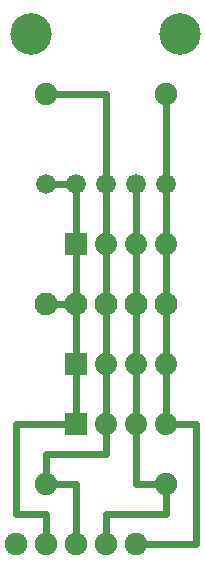
<source format=gbl>
G04 MADE WITH FRITZING*
G04 WWW.FRITZING.ORG*
G04 DOUBLE SIDED*
G04 HOLES PLATED*
G04 CONTOUR ON CENTER OF CONTOUR VECTOR*
%ASAXBY*%
%FSLAX23Y23*%
%MOIN*%
%OFA0B0*%
%SFA1.0B1.0*%
%ADD10C,0.074000*%
%ADD11C,0.076000*%
%ADD12C,0.075361*%
%ADD13C,0.075000*%
%ADD14C,0.066000*%
%ADD15C,0.138425*%
%ADD16R,0.074000X0.074000*%
%ADD17C,0.024000*%
%ADD18R,0.001000X0.001000*%
%LNCOPPER0*%
G90*
G70*
G54D10*
X354Y1059D03*
X554Y1059D03*
X254Y1059D03*
X454Y1059D03*
X354Y659D03*
X554Y659D03*
X254Y659D03*
X454Y659D03*
X354Y459D03*
X554Y459D03*
X254Y459D03*
X454Y459D03*
G54D11*
X454Y859D03*
X554Y859D03*
X154Y859D03*
X254Y859D03*
X354Y859D03*
G54D12*
X454Y59D03*
X354Y59D03*
X254Y59D03*
X154Y59D03*
X54Y59D03*
G54D13*
X554Y1559D03*
X154Y1559D03*
X554Y259D03*
X154Y259D03*
G54D14*
X154Y1259D03*
G54D15*
X599Y1759D03*
G54D14*
X254Y1259D03*
X354Y1259D03*
X454Y1259D03*
X554Y1259D03*
G54D15*
X104Y1759D03*
G54D16*
X254Y1059D03*
X254Y659D03*
X254Y459D03*
G54D17*
X554Y1028D02*
X554Y890D01*
D02*
X554Y690D02*
X554Y828D01*
D02*
X554Y490D02*
X554Y628D01*
D02*
X554Y1228D02*
X554Y1090D01*
D02*
X554Y1530D02*
X554Y1290D01*
D02*
X354Y1228D02*
X354Y1090D01*
D02*
X354Y690D02*
X354Y828D01*
D02*
X354Y490D02*
X354Y628D01*
D02*
X254Y259D02*
X183Y259D01*
D02*
X254Y91D02*
X254Y259D01*
D02*
X354Y1559D02*
X354Y1290D01*
D02*
X183Y1559D02*
X354Y1559D01*
D02*
X454Y1028D02*
X454Y890D01*
D02*
X454Y1228D02*
X454Y1090D01*
D02*
X454Y490D02*
X454Y628D01*
D02*
X454Y259D02*
X454Y428D01*
D02*
X525Y259D02*
X454Y259D01*
D02*
X354Y91D02*
X354Y159D01*
D02*
X354Y159D02*
X554Y159D01*
D02*
X554Y159D02*
X554Y230D01*
D02*
X185Y859D02*
X223Y859D01*
D02*
X254Y1028D02*
X254Y890D01*
D02*
X254Y690D02*
X254Y828D01*
D02*
X254Y1228D02*
X254Y1090D01*
D02*
X254Y490D02*
X254Y628D01*
D02*
X354Y890D02*
X354Y1028D01*
D02*
X454Y690D02*
X454Y828D01*
D02*
X354Y359D02*
X354Y428D01*
D02*
X154Y359D02*
X354Y359D01*
D02*
X154Y288D02*
X154Y359D01*
D02*
X54Y159D02*
X54Y459D01*
D02*
X54Y459D02*
X223Y459D01*
D02*
X154Y159D02*
X54Y159D01*
D02*
X154Y91D02*
X154Y159D01*
D02*
X654Y59D02*
X654Y459D01*
D02*
X654Y459D02*
X585Y459D01*
D02*
X485Y59D02*
X654Y59D01*
D02*
X185Y1259D02*
X223Y1259D01*
G54D18*
D02*
G04 End of Copper0*
M02*
</source>
